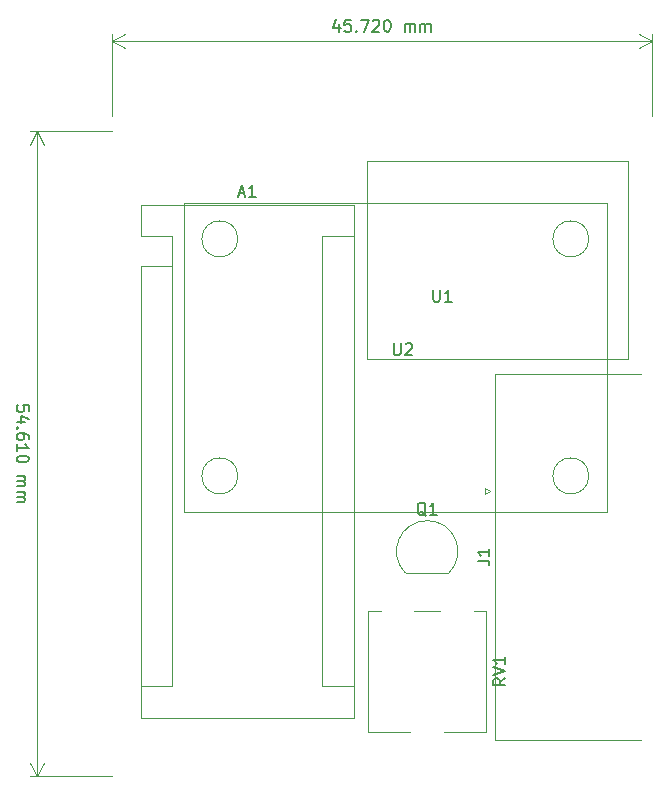
<source format=gbr>
G04 #@! TF.GenerationSoftware,KiCad,Pcbnew,5.1.5-52549c5~84~ubuntu19.10.1*
G04 #@! TF.CreationDate,2020-09-03T13:43:05+03:00*
G04 #@! TF.ProjectId,hymTracker,68796d54-7261-4636-9b65-722e6b696361,rev?*
G04 #@! TF.SameCoordinates,Original*
G04 #@! TF.FileFunction,Legend,Top*
G04 #@! TF.FilePolarity,Positive*
%FSLAX46Y46*%
G04 Gerber Fmt 4.6, Leading zero omitted, Abs format (unit mm)*
G04 Created by KiCad (PCBNEW 5.1.5-52549c5~84~ubuntu19.10.1) date 2020-09-03 13:43:05*
%MOMM*%
%LPD*%
G04 APERTURE LIST*
%ADD10C,0.150000*%
%ADD11C,0.120000*%
G04 APERTURE END LIST*
D10*
X50077619Y-65595952D02*
X50077619Y-65119761D01*
X49601428Y-65072142D01*
X49649047Y-65119761D01*
X49696666Y-65215000D01*
X49696666Y-65453095D01*
X49649047Y-65548333D01*
X49601428Y-65595952D01*
X49506190Y-65643571D01*
X49268095Y-65643571D01*
X49172857Y-65595952D01*
X49125238Y-65548333D01*
X49077619Y-65453095D01*
X49077619Y-65215000D01*
X49125238Y-65119761D01*
X49172857Y-65072142D01*
X49744285Y-66500714D02*
X49077619Y-66500714D01*
X50125238Y-66262619D02*
X49410952Y-66024523D01*
X49410952Y-66643571D01*
X49172857Y-67024523D02*
X49125238Y-67072142D01*
X49077619Y-67024523D01*
X49125238Y-66976904D01*
X49172857Y-67024523D01*
X49077619Y-67024523D01*
X50077619Y-67929285D02*
X50077619Y-67738809D01*
X50030000Y-67643571D01*
X49982380Y-67595952D01*
X49839523Y-67500714D01*
X49649047Y-67453095D01*
X49268095Y-67453095D01*
X49172857Y-67500714D01*
X49125238Y-67548333D01*
X49077619Y-67643571D01*
X49077619Y-67834047D01*
X49125238Y-67929285D01*
X49172857Y-67976904D01*
X49268095Y-68024523D01*
X49506190Y-68024523D01*
X49601428Y-67976904D01*
X49649047Y-67929285D01*
X49696666Y-67834047D01*
X49696666Y-67643571D01*
X49649047Y-67548333D01*
X49601428Y-67500714D01*
X49506190Y-67453095D01*
X49077619Y-68976904D02*
X49077619Y-68405476D01*
X49077619Y-68691190D02*
X50077619Y-68691190D01*
X49934761Y-68595952D01*
X49839523Y-68500714D01*
X49791904Y-68405476D01*
X50077619Y-69595952D02*
X50077619Y-69691190D01*
X50030000Y-69786428D01*
X49982380Y-69834047D01*
X49887142Y-69881666D01*
X49696666Y-69929285D01*
X49458571Y-69929285D01*
X49268095Y-69881666D01*
X49172857Y-69834047D01*
X49125238Y-69786428D01*
X49077619Y-69691190D01*
X49077619Y-69595952D01*
X49125238Y-69500714D01*
X49172857Y-69453095D01*
X49268095Y-69405476D01*
X49458571Y-69357857D01*
X49696666Y-69357857D01*
X49887142Y-69405476D01*
X49982380Y-69453095D01*
X50030000Y-69500714D01*
X50077619Y-69595952D01*
X49077619Y-71119761D02*
X49744285Y-71119761D01*
X49649047Y-71119761D02*
X49696666Y-71167380D01*
X49744285Y-71262619D01*
X49744285Y-71405476D01*
X49696666Y-71500714D01*
X49601428Y-71548333D01*
X49077619Y-71548333D01*
X49601428Y-71548333D02*
X49696666Y-71595952D01*
X49744285Y-71691190D01*
X49744285Y-71834047D01*
X49696666Y-71929285D01*
X49601428Y-71976904D01*
X49077619Y-71976904D01*
X49077619Y-72453095D02*
X49744285Y-72453095D01*
X49649047Y-72453095D02*
X49696666Y-72500714D01*
X49744285Y-72595952D01*
X49744285Y-72738809D01*
X49696666Y-72834047D01*
X49601428Y-72881666D01*
X49077619Y-72881666D01*
X49601428Y-72881666D02*
X49696666Y-72929285D01*
X49744285Y-73024523D01*
X49744285Y-73167380D01*
X49696666Y-73262619D01*
X49601428Y-73310238D01*
X49077619Y-73310238D01*
D11*
X50800000Y-41910000D02*
X50800000Y-96520000D01*
X57150000Y-41910000D02*
X50213579Y-41910000D01*
X57150000Y-96520000D02*
X50213579Y-96520000D01*
X50800000Y-96520000D02*
X50213579Y-95393496D01*
X50800000Y-96520000D02*
X51386421Y-95393496D01*
X50800000Y-41910000D02*
X50213579Y-43036504D01*
X50800000Y-41910000D02*
X51386421Y-43036504D01*
D10*
X76343333Y-32805714D02*
X76343333Y-33472380D01*
X76105238Y-32424761D02*
X75867142Y-33139047D01*
X76486190Y-33139047D01*
X77343333Y-32472380D02*
X76867142Y-32472380D01*
X76819523Y-32948571D01*
X76867142Y-32900952D01*
X76962380Y-32853333D01*
X77200476Y-32853333D01*
X77295714Y-32900952D01*
X77343333Y-32948571D01*
X77390952Y-33043809D01*
X77390952Y-33281904D01*
X77343333Y-33377142D01*
X77295714Y-33424761D01*
X77200476Y-33472380D01*
X76962380Y-33472380D01*
X76867142Y-33424761D01*
X76819523Y-33377142D01*
X77819523Y-33377142D02*
X77867142Y-33424761D01*
X77819523Y-33472380D01*
X77771904Y-33424761D01*
X77819523Y-33377142D01*
X77819523Y-33472380D01*
X78200476Y-32472380D02*
X78867142Y-32472380D01*
X78438571Y-33472380D01*
X79200476Y-32567619D02*
X79248095Y-32520000D01*
X79343333Y-32472380D01*
X79581428Y-32472380D01*
X79676666Y-32520000D01*
X79724285Y-32567619D01*
X79771904Y-32662857D01*
X79771904Y-32758095D01*
X79724285Y-32900952D01*
X79152857Y-33472380D01*
X79771904Y-33472380D01*
X80390952Y-32472380D02*
X80486190Y-32472380D01*
X80581428Y-32520000D01*
X80629047Y-32567619D01*
X80676666Y-32662857D01*
X80724285Y-32853333D01*
X80724285Y-33091428D01*
X80676666Y-33281904D01*
X80629047Y-33377142D01*
X80581428Y-33424761D01*
X80486190Y-33472380D01*
X80390952Y-33472380D01*
X80295714Y-33424761D01*
X80248095Y-33377142D01*
X80200476Y-33281904D01*
X80152857Y-33091428D01*
X80152857Y-32853333D01*
X80200476Y-32662857D01*
X80248095Y-32567619D01*
X80295714Y-32520000D01*
X80390952Y-32472380D01*
X81914761Y-33472380D02*
X81914761Y-32805714D01*
X81914761Y-32900952D02*
X81962380Y-32853333D01*
X82057619Y-32805714D01*
X82200476Y-32805714D01*
X82295714Y-32853333D01*
X82343333Y-32948571D01*
X82343333Y-33472380D01*
X82343333Y-32948571D02*
X82390952Y-32853333D01*
X82486190Y-32805714D01*
X82629047Y-32805714D01*
X82724285Y-32853333D01*
X82771904Y-32948571D01*
X82771904Y-33472380D01*
X83248095Y-33472380D02*
X83248095Y-32805714D01*
X83248095Y-32900952D02*
X83295714Y-32853333D01*
X83390952Y-32805714D01*
X83533809Y-32805714D01*
X83629047Y-32853333D01*
X83676666Y-32948571D01*
X83676666Y-33472380D01*
X83676666Y-32948571D02*
X83724285Y-32853333D01*
X83819523Y-32805714D01*
X83962380Y-32805714D01*
X84057619Y-32853333D01*
X84105238Y-32948571D01*
X84105238Y-33472380D01*
D11*
X57150000Y-34290000D02*
X102870000Y-34290000D01*
X57150000Y-40640000D02*
X57150000Y-33703579D01*
X102870000Y-40640000D02*
X102870000Y-33703579D01*
X102870000Y-34290000D02*
X101743496Y-34876421D01*
X102870000Y-34290000D02*
X101743496Y-33703579D01*
X57150000Y-34290000D02*
X58276504Y-34876421D01*
X57150000Y-34290000D02*
X58276504Y-33703579D01*
X82395000Y-92750000D02*
X78800000Y-92750000D01*
X88841000Y-92750000D02*
X85245000Y-92750000D01*
X79895000Y-82510000D02*
X78800000Y-82510000D01*
X84894000Y-82510000D02*
X82745000Y-82510000D01*
X88841000Y-82510000D02*
X87746000Y-82510000D01*
X78800000Y-82510000D02*
X78800000Y-92750000D01*
X88841000Y-82510000D02*
X88841000Y-92750000D01*
X67788000Y-51020000D02*
G75*
G03X67788000Y-51020000I-1524000J0D01*
G01*
X67788000Y-71086000D02*
G75*
G03X67788000Y-71086000I-1524000J0D01*
G01*
X97506000Y-71086000D02*
G75*
G03X97506000Y-71086000I-1524000J0D01*
G01*
X97506000Y-51020000D02*
G75*
G03X97506000Y-51020000I-1524000J0D01*
G01*
X63470000Y-74134000D02*
X63216000Y-74134000D01*
X63216000Y-74134000D02*
X63216000Y-47972000D01*
X99030000Y-74134000D02*
X63470000Y-74134000D01*
X99030000Y-47972000D02*
X99030000Y-74134000D01*
X63216000Y-47972000D02*
X99030000Y-47972000D01*
X100838000Y-44450000D02*
X100838000Y-61214000D01*
X78740000Y-44450000D02*
X100838000Y-44450000D01*
X78740000Y-61214000D02*
X78740000Y-44450000D01*
X100838000Y-61214000D02*
X78740000Y-61214000D01*
X85658478Y-79308478D02*
G75*
G03X83820000Y-74870000I-1838478J1838478D01*
G01*
X81981522Y-79308478D02*
G75*
G02X83820000Y-74870000I1838478J1838478D01*
G01*
X82020000Y-79320000D02*
X85620000Y-79320000D01*
X89118675Y-72390000D02*
X88685662Y-72640000D01*
X88685662Y-72140000D02*
X89118675Y-72390000D01*
X88685662Y-72640000D02*
X88685662Y-72140000D01*
X89580000Y-62445000D02*
X101920000Y-62445000D01*
X89580000Y-93415000D02*
X89580000Y-62445000D01*
X101920000Y-93415000D02*
X89580000Y-93415000D01*
X77600000Y-48130000D02*
X59560000Y-48130000D01*
X77600000Y-91570000D02*
X77600000Y-48130000D01*
X59560000Y-91570000D02*
X77600000Y-91570000D01*
X62230000Y-88900000D02*
X59560000Y-88900000D01*
X62230000Y-53340000D02*
X62230000Y-88900000D01*
X62230000Y-53340000D02*
X59560000Y-53340000D01*
X74930000Y-88900000D02*
X77600000Y-88900000D01*
X74930000Y-50800000D02*
X74930000Y-88900000D01*
X74930000Y-50800000D02*
X77600000Y-50800000D01*
X59560000Y-48130000D02*
X59560000Y-50800000D01*
X59560000Y-53340000D02*
X59560000Y-91570000D01*
X62230000Y-50800000D02*
X59560000Y-50800000D01*
X62230000Y-53340000D02*
X62230000Y-50800000D01*
D10*
X90422380Y-88225238D02*
X89946190Y-88558571D01*
X90422380Y-88796666D02*
X89422380Y-88796666D01*
X89422380Y-88415714D01*
X89470000Y-88320476D01*
X89517619Y-88272857D01*
X89612857Y-88225238D01*
X89755714Y-88225238D01*
X89850952Y-88272857D01*
X89898571Y-88320476D01*
X89946190Y-88415714D01*
X89946190Y-88796666D01*
X89422380Y-87939523D02*
X90422380Y-87606190D01*
X89422380Y-87272857D01*
X90422380Y-86415714D02*
X90422380Y-86987142D01*
X90422380Y-86701428D02*
X89422380Y-86701428D01*
X89565238Y-86796666D01*
X89660476Y-86891904D01*
X89708095Y-86987142D01*
X80996095Y-59862380D02*
X80996095Y-60671904D01*
X81043714Y-60767142D01*
X81091333Y-60814761D01*
X81186571Y-60862380D01*
X81377047Y-60862380D01*
X81472285Y-60814761D01*
X81519904Y-60767142D01*
X81567523Y-60671904D01*
X81567523Y-59862380D01*
X81996095Y-59957619D02*
X82043714Y-59910000D01*
X82138952Y-59862380D01*
X82377047Y-59862380D01*
X82472285Y-59910000D01*
X82519904Y-59957619D01*
X82567523Y-60052857D01*
X82567523Y-60148095D01*
X82519904Y-60290952D01*
X81948476Y-60862380D01*
X82567523Y-60862380D01*
X84328095Y-55332380D02*
X84328095Y-56141904D01*
X84375714Y-56237142D01*
X84423333Y-56284761D01*
X84518571Y-56332380D01*
X84709047Y-56332380D01*
X84804285Y-56284761D01*
X84851904Y-56237142D01*
X84899523Y-56141904D01*
X84899523Y-55332380D01*
X85899523Y-56332380D02*
X85328095Y-56332380D01*
X85613809Y-56332380D02*
X85613809Y-55332380D01*
X85518571Y-55475238D01*
X85423333Y-55570476D01*
X85328095Y-55618095D01*
X83724761Y-74457619D02*
X83629523Y-74410000D01*
X83534285Y-74314761D01*
X83391428Y-74171904D01*
X83296190Y-74124285D01*
X83200952Y-74124285D01*
X83248571Y-74362380D02*
X83153333Y-74314761D01*
X83058095Y-74219523D01*
X83010476Y-74029047D01*
X83010476Y-73695714D01*
X83058095Y-73505238D01*
X83153333Y-73410000D01*
X83248571Y-73362380D01*
X83439047Y-73362380D01*
X83534285Y-73410000D01*
X83629523Y-73505238D01*
X83677142Y-73695714D01*
X83677142Y-74029047D01*
X83629523Y-74219523D01*
X83534285Y-74314761D01*
X83439047Y-74362380D01*
X83248571Y-74362380D01*
X84629523Y-74362380D02*
X84058095Y-74362380D01*
X84343809Y-74362380D02*
X84343809Y-73362380D01*
X84248571Y-73505238D01*
X84153333Y-73600476D01*
X84058095Y-73648095D01*
X88092380Y-78263333D02*
X88806666Y-78263333D01*
X88949523Y-78310952D01*
X89044761Y-78406190D01*
X89092380Y-78549047D01*
X89092380Y-78644285D01*
X89092380Y-77263333D02*
X89092380Y-77834761D01*
X89092380Y-77549047D02*
X88092380Y-77549047D01*
X88235238Y-77644285D01*
X88330476Y-77739523D01*
X88378095Y-77834761D01*
X67865714Y-47156666D02*
X68341904Y-47156666D01*
X67770476Y-47442380D02*
X68103809Y-46442380D01*
X68437142Y-47442380D01*
X69294285Y-47442380D02*
X68722857Y-47442380D01*
X69008571Y-47442380D02*
X69008571Y-46442380D01*
X68913333Y-46585238D01*
X68818095Y-46680476D01*
X68722857Y-46728095D01*
M02*

</source>
